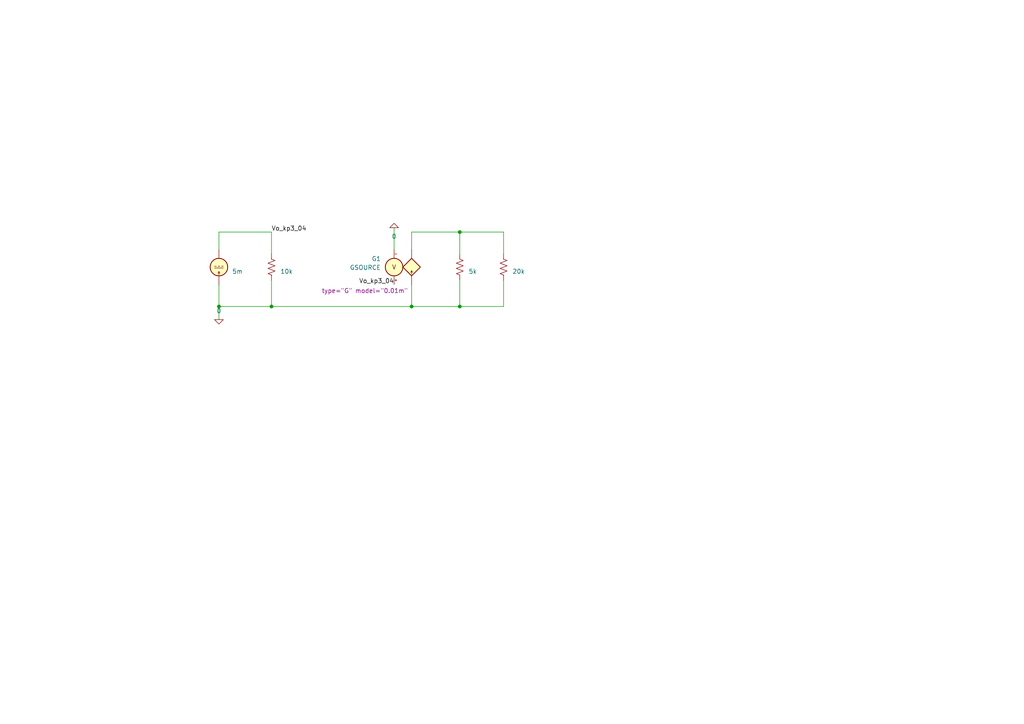
<source format=kicad_sch>
(kicad_sch (version 20250114) (generator "eeschema") (generator_version "9.0")
  (paper "A4")
  (lib_symbols
    (symbol "Device:R_US" (pin_numbers (hide yes)) (pin_names (offset 0))
      (property "Reference" "R" (at 2.54 0 90))
      (property "Value" "R_US" (at -2.54 0 90))
      (symbol "R_US_0_1"
        (polyline (pts (xy 0 2.286) (xy 0 2.54)))
        (polyline (pts (xy 0 2.286) (xy 1.016 1.905) (xy 0 1.524) (xy -1.016 1.143) (xy 0 0.762)))
        (polyline (pts (xy 0 0.762) (xy 1.016 0.381) (xy 0 0) (xy -1.016 -0.381) (xy 0 -0.762)))
        (polyline (pts (xy 0 -0.762) (xy 1.016 -1.143) (xy 0 -1.524) (xy -1.016 -1.905) (xy 0 -2.286)))
        (polyline (pts (xy 0 -2.286) (xy 0 -2.54)))
      )
      (symbol "R_US_1_1"
        (pin passive line (at 0 3.81 270) (length 1.27) (name "~") (number "1"))
        (pin passive line (at 0 -3.81 90) (length 1.27) (name "~") (number "2"))
      )
    )
    (symbol "Simulation_SPICE:0" (power) (pin_numbers (hide yes)) (pin_names (offset 0) (hide yes))
      (property "Value" "0" (at 0 -2.54 0))
      (symbol "0_0_1"
        (polyline (pts (xy -1.27 0) (xy 0 -1.27) (xy 1.27 0) (xy -1.27 0)))
      )
      (symbol "0_1_1"
        (pin power_in line (at 0 0 0) (length 0) (name "~") (number "1"))
      )
    )
    (symbol "Simulation_SPICE:GSOURCE" (pin_numbers (hide yes)) (pin_names (offset 1.016) (hide yes))
      (property "Reference" "G" (at 2.54 2.54 0))
      (property "Value" "GSOURCE" (at 2.54 0 0))
      (property "Sim.Params" "type=\"G\" model=\"1\"" (at 2.54 -2.54 0))
      (symbol "GSOURCE_0_1"
        (polyline (pts (xy 0 2.032) (xy 0 1.016)))
        (polyline (pts (xy 0.254 1.524) (xy 0 1.016) (xy -0.254 1.524)))
      )
      (symbol "GSOURCE_1_1"
        (circle (center -5.08 0) (radius 2.54) (stroke (width 0.254)) (fill (type background)))
        (polyline (pts (xy -4.826 3.81) (xy -4.318 3.81)))
        (polyline (pts (xy -4.826 -3.81) (xy -4.318 -3.81)))
        (polyline (pts (xy -4.572 4.064) (xy -4.572 3.556)))
        (polyline (pts (xy 0 2.54) (xy -2.54 0) (xy 0 -2.54) (xy 2.54 0) (xy 0 2.54)) (stroke (width 0.254)) (fill (type background)))
        (text "V" (at -5.08 0 0) (effects (font (size 1.27 1.27))))
        (pin input line (at -5.08 5.08 270) (length 2.54) (name "C+") (number "3"))
        (pin input line (at -5.08 -5.08 90) (length 2.54) (name "C-") (number "4"))
        (pin passive line (at 0 5.08 270) (length 2.54) (name "N+") (number "1"))
        (pin passive line (at 0 -5.08 90) (length 2.54) (name "N-") (number "2"))
      )
    )
    (symbol "Simulation_SPICE:IDC" (pin_numbers (hide yes)) (pin_names (offset 0.0254))
      (property "Reference" "I" (at 2.54 2.54 0))
      (property "Value" "1" (at 2.54 0 0))
      (symbol "IDC_0_0"
        (polyline (pts (xy -1.27 0.254) (xy 1.27 0.254)))
        (polyline (pts (xy -0.762 -0.254) (xy -1.27 -0.254)))
        (polyline (pts (xy 0.254 -0.254) (xy -0.254 -0.254)))
        (polyline (pts (xy 1.27 -0.254) (xy 0.762 -0.254)))
      )
      (symbol "IDC_0_1"
        (polyline (pts (xy -0.254 1.778) (xy 0 1.27) (xy 0.254 1.778)))
        (polyline (pts (xy 0 1.27) (xy 0 2.286)))
        (circle (center 0 0) (radius 2.54) (stroke (width 0.254)) (fill (type background)))
      )
      (symbol "IDC_1_1"
        (pin passive line (at 0 5.08 270) (length 2.54) (name "~") (number "1"))
        (pin passive line (at 0 -5.08 90) (length 2.54) (name "~") (number "2"))
      )
    )
  )
  (junction (at 63.5 88.9))
  (junction (at 78.74 88.9))
  (junction (at 119.38 88.9))
  (junction (at 133.35 88.9))
  (junction (at 133.35 67.31))
  (wire (pts (xy 119.38 72.39) (xy 119.38 67.31)))
  (wire (pts (xy 133.35 67.31) (xy 133.35 73.66)))
  (wire (pts (xy 146.05 81.28) (xy 146.05 88.9)))
  (wire (pts (xy 78.74 67.31) (xy 78.74 73.66)))
  (wire (pts (xy 133.35 81.28) (xy 133.35 88.9)))
  (wire (pts (xy 63.5 88.9) (xy 63.5 92.71)))
  (wire (pts (xy 146.05 88.9) (xy 133.35 88.9)))
  (wire (pts (xy 133.35 88.9) (xy 119.38 88.9)))
  (wire (pts (xy 78.74 81.28) (xy 78.74 88.9)))
  (wire (pts (xy 114.3 66.04) (xy 114.3 72.39)))
  (wire (pts (xy 146.05 67.31) (xy 133.35 67.31)))
  (wire (pts (xy 63.5 67.31) (xy 78.74 67.31)))
  (wire (pts (xy 119.38 88.9) (xy 78.74 88.9)))
  (wire (pts (xy 63.5 82.55) (xy 63.5 88.9)))
  (wire (pts (xy 78.74 88.9) (xy 63.5 88.9)))
  (wire (pts (xy 146.05 73.66) (xy 146.05 67.31)))
  (wire (pts (xy 119.38 67.31) (xy 133.35 67.31)))
  (wire (pts (xy 119.38 82.55) (xy 119.38 88.9)))
  (wire (pts (xy 63.5 72.39) (xy 63.5 67.31)))
  (label "Vo_kp3_04" (at 78.74 67.31 0))
  (label "Vo_kp3_04" (at 114.3 82.55 180))
  (symbol (lib_id "Simulation_SPICE:GSOURCE") (at 119.38 77.47 0) (mirror x) (unit 1)
    (property "Reference" "G1" (at 110.49 75.0569 0) (effects (justify right)))
    (property "Value" "GSOURCE" (at 110.49 77.5969 0) (effects (justify right)))
    (property "Datasheet" "https://ngspice.sourceforge.io/docs/ngspice-html-manual/manual.xhtml#subsec_Gxxxx__Linear_Voltage_Controlled" (effects (hide yes)))
    (property "Description" "Voltage-controlled current source symbol for simulation only" (effects (hide yes)))
    (property "Sim.Device" "SPICE" (effects (hide yes)))
    (property "Sim.Params" "type=\"G\" model=\"0.01m\"" (at 118.364 84.328 0) (effects (justify right)))
  )
  (symbol (lib_id "Device:R_US") (at 78.74 77.47 0) (unit 1)
    (property "Reference" "R34" (effects (hide yes)))
    (property "Value" "10k" (at 81.28 78.7399 0) (effects (justify left)))
    (property "Description" "Resistor, US symbol" (effects (hide yes)))
  )
  (symbol (lib_id "Device:R_US") (at 146.05 77.47 0) (unit 1)
    (property "Reference" "R36" (effects (hide yes)))
    (property "Value" "20k" (at 148.59 78.7399 0) (effects (justify left)))
    (property "Description" "Resistor, US symbol" (effects (hide yes)))
  )
  (symbol (lib_id "Simulation_SPICE:IDC") (at 63.5 77.47 180) (unit 1)
    (property "Reference" "I7" (effects (hide yes)))
    (property "Value" "5m" (at 67.31 78.7399 0) (effects (justify right)))
    (property "Datasheet" "https://ngspice.sourceforge.io/docs/ngspice-html-manual/manual.xhtml#sec_Independent_Sources_for" (effects (hide yes)))
    (property "Description" "Current source, DC" (effects (hide yes)))
    (property "Sim.Pins" "1=+ 2=-" (effects (hide yes)))
    (property "Sim.Type" "DC" (effects (hide yes)))
    (property "Sim.Device" "I" (effects (hide yes)))
  )
  (symbol (lib_id "Simulation_SPICE:0") (at 63.5 92.71 0) (unit 1)
    (property "Reference" "#GND09" (effects (hide yes)))
    (property "Value" "0" (at 63.5 90.17 0))
    (property "Datasheet" "https://ngspice.sourceforge.io/docs/ngspice-html-manual/manual.xhtml#subsec_Circuit_elements__device" (effects (hide yes)))
    (property "Description" "0V reference potential for simulation" (effects (hide yes)))
  )
  (symbol (lib_id "Device:R_US") (at 133.35 77.47 0) (unit 1)
    (property "Reference" "R35" (effects (hide yes)))
    (property "Value" "5k" (at 135.89 78.7399 0) (effects (justify left)))
    (property "Description" "Resistor, US symbol" (effects (hide yes)))
  )
  (symbol (lib_id "Simulation_SPICE:0") (at 114.3 66.04 180) (unit 1)
    (property "Reference" "#GND010" (effects (hide yes)))
    (property "Value" "0" (at 114.3 68.58 0))
    (property "Datasheet" "https://ngspice.sourceforge.io/docs/ngspice-html-manual/manual.xhtml#subsec_Circuit_elements__device" (effects (hide yes)))
    (property "Description" "0V reference potential for simulation" (effects (hide yes)))
  )
)
</source>
